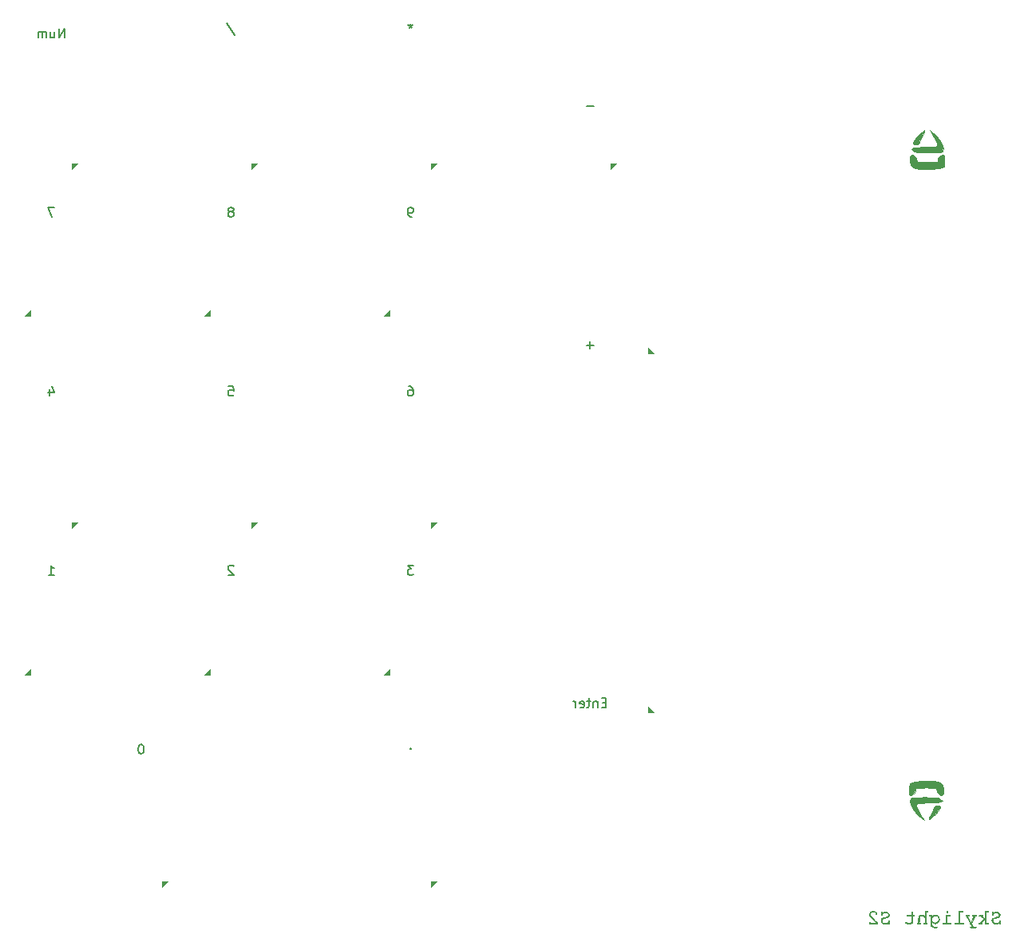
<source format=gbr>
G04 #@! TF.GenerationSoftware,KiCad,Pcbnew,(5.1.5)-3*
G04 #@! TF.CreationDate,2022-04-23T19:07:22-06:00*
G04 #@! TF.ProjectId,base,62617365-2e6b-4696-9361-645f70636258,rev?*
G04 #@! TF.SameCoordinates,Original*
G04 #@! TF.FileFunction,Legend,Bot*
G04 #@! TF.FilePolarity,Positive*
%FSLAX46Y46*%
G04 Gerber Fmt 4.6, Leading zero omitted, Abs format (unit mm)*
G04 Created by KiCad (PCBNEW (5.1.5)-3) date 2022-04-23 19:07:22*
%MOMM*%
%LPD*%
G04 APERTURE LIST*
%ADD10C,0.010000*%
%ADD11C,0.100000*%
%ADD12C,0.150000*%
G04 APERTURE END LIST*
D10*
G36*
X204477429Y-150026285D02*
G01*
X204604429Y-150026285D01*
X204604429Y-149790428D01*
X204477429Y-149790428D01*
X204477429Y-150026285D01*
G37*
X204477429Y-150026285D02*
X204604429Y-150026285D01*
X204604429Y-149790428D01*
X204477429Y-149790428D01*
X204477429Y-150026285D01*
G36*
X196585290Y-149820773D02*
G01*
X196540456Y-149834620D01*
X196471816Y-149873013D01*
X196402653Y-149931330D01*
X196344810Y-149998098D01*
X196312333Y-150055629D01*
X196296623Y-150134556D01*
X196299522Y-150225361D01*
X196319877Y-150309489D01*
X196329466Y-150331147D01*
X196351536Y-150361877D01*
X196395917Y-150413580D01*
X196458735Y-150482109D01*
X196536114Y-150563320D01*
X196624180Y-150653065D01*
X196710324Y-150738638D01*
X197056716Y-151078571D01*
X196367571Y-151078571D01*
X196367571Y-151033214D01*
X196358686Y-150997244D01*
X196333227Y-150987857D01*
X196300579Y-150999909D01*
X196282414Y-151038714D01*
X196276857Y-151107269D01*
X196276857Y-151169286D01*
X197147714Y-151169286D01*
X197147504Y-151101250D01*
X197146192Y-151078866D01*
X197140334Y-151057144D01*
X197126828Y-151032532D01*
X197102568Y-151001474D01*
X197064451Y-150960417D01*
X197009373Y-150905808D01*
X196934231Y-150834092D01*
X196835920Y-150741716D01*
X196822577Y-150729223D01*
X196698462Y-150611737D01*
X196599377Y-150514543D01*
X196522736Y-150434392D01*
X196465956Y-150368035D01*
X196426452Y-150312225D01*
X196401639Y-150263712D01*
X196388933Y-150219248D01*
X196385714Y-150180072D01*
X196402538Y-150087947D01*
X196449569Y-150009042D01*
X196521643Y-149948473D01*
X196613597Y-149911357D01*
X196665068Y-149903222D01*
X196776620Y-149908478D01*
X196869901Y-149944937D01*
X196946557Y-150013469D01*
X196987204Y-150073766D01*
X197019727Y-150125120D01*
X197048901Y-150160495D01*
X197065862Y-150171428D01*
X197094493Y-150159044D01*
X197101715Y-150126073D01*
X197090516Y-150078789D01*
X197063885Y-150023465D01*
X197024810Y-149966376D01*
X196976277Y-149913795D01*
X196924059Y-149873687D01*
X196817366Y-149827314D01*
X196700497Y-149809274D01*
X196585290Y-149820773D01*
G37*
X196585290Y-149820773D02*
X196540456Y-149834620D01*
X196471816Y-149873013D01*
X196402653Y-149931330D01*
X196344810Y-149998098D01*
X196312333Y-150055629D01*
X196296623Y-150134556D01*
X196299522Y-150225361D01*
X196319877Y-150309489D01*
X196329466Y-150331147D01*
X196351536Y-150361877D01*
X196395917Y-150413580D01*
X196458735Y-150482109D01*
X196536114Y-150563320D01*
X196624180Y-150653065D01*
X196710324Y-150738638D01*
X197056716Y-151078571D01*
X196367571Y-151078571D01*
X196367571Y-151033214D01*
X196358686Y-150997244D01*
X196333227Y-150987857D01*
X196300579Y-150999909D01*
X196282414Y-151038714D01*
X196276857Y-151107269D01*
X196276857Y-151169286D01*
X197147714Y-151169286D01*
X197147504Y-151101250D01*
X197146192Y-151078866D01*
X197140334Y-151057144D01*
X197126828Y-151032532D01*
X197102568Y-151001474D01*
X197064451Y-150960417D01*
X197009373Y-150905808D01*
X196934231Y-150834092D01*
X196835920Y-150741716D01*
X196822577Y-150729223D01*
X196698462Y-150611737D01*
X196599377Y-150514543D01*
X196522736Y-150434392D01*
X196465956Y-150368035D01*
X196426452Y-150312225D01*
X196401639Y-150263712D01*
X196388933Y-150219248D01*
X196385714Y-150180072D01*
X196402538Y-150087947D01*
X196449569Y-150009042D01*
X196521643Y-149948473D01*
X196613597Y-149911357D01*
X196665068Y-149903222D01*
X196776620Y-149908478D01*
X196869901Y-149944937D01*
X196946557Y-150013469D01*
X196987204Y-150073766D01*
X197019727Y-150125120D01*
X197048901Y-150160495D01*
X197065862Y-150171428D01*
X197094493Y-150159044D01*
X197101715Y-150126073D01*
X197090516Y-150078789D01*
X197063885Y-150023465D01*
X197024810Y-149966376D01*
X196976277Y-149913795D01*
X196924059Y-149873687D01*
X196817366Y-149827314D01*
X196700497Y-149809274D01*
X196585290Y-149820773D01*
G36*
X202191428Y-150374049D02*
G01*
X202121469Y-150318640D01*
X202049692Y-150268660D01*
X201981643Y-150239962D01*
X201902327Y-150227556D01*
X201842591Y-150225857D01*
X201727546Y-150240090D01*
X201634577Y-150282411D01*
X201564697Y-150352256D01*
X201540028Y-150394614D01*
X201525743Y-150427569D01*
X201515521Y-150462539D01*
X201508698Y-150506166D01*
X201504614Y-150565091D01*
X201502605Y-150645958D01*
X201502009Y-150755406D01*
X201502000Y-150775871D01*
X201502000Y-151078571D01*
X201431370Y-151078571D01*
X201375543Y-151086894D01*
X201348422Y-151109943D01*
X201353113Y-151144838D01*
X201355484Y-151148921D01*
X201377226Y-151159599D01*
X201428016Y-151165343D01*
X201510712Y-151166387D01*
X201557912Y-151165418D01*
X201642585Y-151162583D01*
X201697395Y-151158740D01*
X201728767Y-151152480D01*
X201743122Y-151142392D01*
X201746881Y-151127068D01*
X201746928Y-151123928D01*
X201740387Y-151100179D01*
X201714721Y-151087646D01*
X201668665Y-151082007D01*
X201590401Y-151076372D01*
X201596093Y-150758535D01*
X201601786Y-150440698D01*
X201669555Y-150378635D01*
X201710542Y-150344152D01*
X201746844Y-150325512D01*
X201792620Y-150317921D01*
X201852797Y-150316571D01*
X201923378Y-150319248D01*
X201973449Y-150330176D01*
X202018573Y-150353701D01*
X202040711Y-150369047D01*
X202094920Y-150409671D01*
X202134279Y-150445615D01*
X202161163Y-150483648D01*
X202177945Y-150530540D01*
X202187000Y-150593062D01*
X202190703Y-150677982D01*
X202191428Y-150792072D01*
X202191428Y-151076485D01*
X202114321Y-151082064D01*
X202064553Y-151088795D01*
X202041914Y-151102674D01*
X202037214Y-151123928D01*
X202039790Y-151140116D01*
X202051757Y-151150924D01*
X202079477Y-151157718D01*
X202129311Y-151161864D01*
X202207620Y-151164727D01*
X202230082Y-151165342D01*
X202322715Y-151166560D01*
X202384012Y-151164084D01*
X202418773Y-151157481D01*
X202431516Y-151147199D01*
X202433944Y-151107466D01*
X202405075Y-151084828D01*
X202353202Y-151078571D01*
X202282143Y-151078571D01*
X202282143Y-149919416D01*
X202368321Y-149913887D01*
X202425207Y-149906351D01*
X202451339Y-149891924D01*
X202454500Y-149881143D01*
X202446269Y-149866094D01*
X202417390Y-149856410D01*
X202361582Y-149850537D01*
X202322964Y-149848598D01*
X202191428Y-149843267D01*
X202191428Y-150374049D01*
G37*
X202191428Y-150374049D02*
X202121469Y-150318640D01*
X202049692Y-150268660D01*
X201981643Y-150239962D01*
X201902327Y-150227556D01*
X201842591Y-150225857D01*
X201727546Y-150240090D01*
X201634577Y-150282411D01*
X201564697Y-150352256D01*
X201540028Y-150394614D01*
X201525743Y-150427569D01*
X201515521Y-150462539D01*
X201508698Y-150506166D01*
X201504614Y-150565091D01*
X201502605Y-150645958D01*
X201502009Y-150755406D01*
X201502000Y-150775871D01*
X201502000Y-151078571D01*
X201431370Y-151078571D01*
X201375543Y-151086894D01*
X201348422Y-151109943D01*
X201353113Y-151144838D01*
X201355484Y-151148921D01*
X201377226Y-151159599D01*
X201428016Y-151165343D01*
X201510712Y-151166387D01*
X201557912Y-151165418D01*
X201642585Y-151162583D01*
X201697395Y-151158740D01*
X201728767Y-151152480D01*
X201743122Y-151142392D01*
X201746881Y-151127068D01*
X201746928Y-151123928D01*
X201740387Y-151100179D01*
X201714721Y-151087646D01*
X201668665Y-151082007D01*
X201590401Y-151076372D01*
X201596093Y-150758535D01*
X201601786Y-150440698D01*
X201669555Y-150378635D01*
X201710542Y-150344152D01*
X201746844Y-150325512D01*
X201792620Y-150317921D01*
X201852797Y-150316571D01*
X201923378Y-150319248D01*
X201973449Y-150330176D01*
X202018573Y-150353701D01*
X202040711Y-150369047D01*
X202094920Y-150409671D01*
X202134279Y-150445615D01*
X202161163Y-150483648D01*
X202177945Y-150530540D01*
X202187000Y-150593062D01*
X202190703Y-150677982D01*
X202191428Y-150792072D01*
X202191428Y-151076485D01*
X202114321Y-151082064D01*
X202064553Y-151088795D01*
X202041914Y-151102674D01*
X202037214Y-151123928D01*
X202039790Y-151140116D01*
X202051757Y-151150924D01*
X202079477Y-151157718D01*
X202129311Y-151161864D01*
X202207620Y-151164727D01*
X202230082Y-151165342D01*
X202322715Y-151166560D01*
X202384012Y-151164084D01*
X202418773Y-151157481D01*
X202431516Y-151147199D01*
X202433944Y-151107466D01*
X202405075Y-151084828D01*
X202353202Y-151078571D01*
X202282143Y-151078571D01*
X202282143Y-149919416D01*
X202368321Y-149913887D01*
X202425207Y-149906351D01*
X202451339Y-149891924D01*
X202454500Y-149881143D01*
X202446269Y-149866094D01*
X202417390Y-149856410D01*
X202361582Y-149850537D01*
X202322964Y-149848598D01*
X202191428Y-149843267D01*
X202191428Y-150374049D01*
G36*
X204649786Y-150248474D02*
G01*
X204468357Y-150253071D01*
X204463482Y-150665211D01*
X204458608Y-151077350D01*
X204263911Y-151082497D01*
X204177757Y-151085250D01*
X204121554Y-151088951D01*
X204088971Y-151094947D01*
X204073673Y-151104585D01*
X204069330Y-151119213D01*
X204069214Y-151123928D01*
X204070524Y-151135269D01*
X204077284Y-151144030D01*
X204093739Y-151150608D01*
X204124134Y-151155399D01*
X204172713Y-151158801D01*
X204243723Y-151161209D01*
X204341407Y-151163020D01*
X204470011Y-151164632D01*
X204509624Y-151165073D01*
X204649885Y-151166340D01*
X204757981Y-151166527D01*
X204838021Y-151165436D01*
X204894115Y-151162868D01*
X204930372Y-151158624D01*
X204950902Y-151152504D01*
X204959815Y-151144311D01*
X204960267Y-151143264D01*
X204965395Y-151116656D01*
X204953757Y-151098298D01*
X204920737Y-151086781D01*
X204861722Y-151080693D01*
X204772096Y-151078626D01*
X204748501Y-151078571D01*
X204550000Y-151078571D01*
X204550000Y-150334714D01*
X204704784Y-150334714D01*
X204783285Y-150333434D01*
X204832534Y-150328782D01*
X204859497Y-150319538D01*
X204870713Y-150305669D01*
X204872796Y-150279637D01*
X204853130Y-150261937D01*
X204807973Y-150251600D01*
X204733586Y-150247657D01*
X204649786Y-150248474D01*
G37*
X204649786Y-150248474D02*
X204468357Y-150253071D01*
X204463482Y-150665211D01*
X204458608Y-151077350D01*
X204263911Y-151082497D01*
X204177757Y-151085250D01*
X204121554Y-151088951D01*
X204088971Y-151094947D01*
X204073673Y-151104585D01*
X204069330Y-151119213D01*
X204069214Y-151123928D01*
X204070524Y-151135269D01*
X204077284Y-151144030D01*
X204093739Y-151150608D01*
X204124134Y-151155399D01*
X204172713Y-151158801D01*
X204243723Y-151161209D01*
X204341407Y-151163020D01*
X204470011Y-151164632D01*
X204509624Y-151165073D01*
X204649885Y-151166340D01*
X204757981Y-151166527D01*
X204838021Y-151165436D01*
X204894115Y-151162868D01*
X204930372Y-151158624D01*
X204950902Y-151152504D01*
X204959815Y-151144311D01*
X204960267Y-151143264D01*
X204965395Y-151116656D01*
X204953757Y-151098298D01*
X204920737Y-151086781D01*
X204861722Y-151080693D01*
X204772096Y-151078626D01*
X204748501Y-151078571D01*
X204550000Y-151078571D01*
X204550000Y-150334714D01*
X204704784Y-150334714D01*
X204783285Y-150333434D01*
X204832534Y-150328782D01*
X204859497Y-150319538D01*
X204870713Y-150305669D01*
X204872796Y-150279637D01*
X204853130Y-150261937D01*
X204807973Y-150251600D01*
X204733586Y-150247657D01*
X204649786Y-150248474D01*
G36*
X205765571Y-151077344D02*
G01*
X205570536Y-151082493D01*
X205484294Y-151085245D01*
X205428009Y-151088940D01*
X205395353Y-151094922D01*
X205379999Y-151104535D01*
X205375621Y-151119124D01*
X205375500Y-151123928D01*
X205376810Y-151135269D01*
X205383570Y-151144030D01*
X205400025Y-151150608D01*
X205430420Y-151155399D01*
X205478999Y-151158801D01*
X205550008Y-151161209D01*
X205647693Y-151163020D01*
X205776296Y-151164632D01*
X205815909Y-151165073D01*
X205956171Y-151166340D01*
X206064267Y-151166527D01*
X206144307Y-151165436D01*
X206200400Y-151162868D01*
X206236658Y-151158624D01*
X206257188Y-151152504D01*
X206266101Y-151144311D01*
X206266553Y-151143264D01*
X206271683Y-151116669D01*
X206260063Y-151098316D01*
X206227080Y-151086797D01*
X206168118Y-151080703D01*
X206078563Y-151078628D01*
X206054531Y-151078571D01*
X205855776Y-151078571D01*
X205860567Y-150502536D01*
X205865357Y-149926500D01*
X206019392Y-149917428D01*
X206096401Y-149911711D01*
X206144066Y-149904451D01*
X206169329Y-149893878D01*
X206179131Y-149878222D01*
X206179472Y-149876607D01*
X206178968Y-149862964D01*
X206167386Y-149853881D01*
X206138887Y-149848447D01*
X206087636Y-149845754D01*
X206007794Y-149844894D01*
X205975545Y-149844857D01*
X205765571Y-149844857D01*
X205765571Y-151077344D01*
G37*
X205765571Y-151077344D02*
X205570536Y-151082493D01*
X205484294Y-151085245D01*
X205428009Y-151088940D01*
X205395353Y-151094922D01*
X205379999Y-151104535D01*
X205375621Y-151119124D01*
X205375500Y-151123928D01*
X205376810Y-151135269D01*
X205383570Y-151144030D01*
X205400025Y-151150608D01*
X205430420Y-151155399D01*
X205478999Y-151158801D01*
X205550008Y-151161209D01*
X205647693Y-151163020D01*
X205776296Y-151164632D01*
X205815909Y-151165073D01*
X205956171Y-151166340D01*
X206064267Y-151166527D01*
X206144307Y-151165436D01*
X206200400Y-151162868D01*
X206236658Y-151158624D01*
X206257188Y-151152504D01*
X206266101Y-151144311D01*
X206266553Y-151143264D01*
X206271683Y-151116669D01*
X206260063Y-151098316D01*
X206227080Y-151086797D01*
X206168118Y-151080703D01*
X206078563Y-151078628D01*
X206054531Y-151078571D01*
X205855776Y-151078571D01*
X205860567Y-150502536D01*
X205865357Y-149926500D01*
X206019392Y-149917428D01*
X206096401Y-149911711D01*
X206144066Y-149904451D01*
X206169329Y-149893878D01*
X206179131Y-149878222D01*
X206179472Y-149876607D01*
X206178968Y-149862964D01*
X206167386Y-149853881D01*
X206138887Y-149848447D01*
X206087636Y-149845754D01*
X206007794Y-149844894D01*
X205975545Y-149844857D01*
X205765571Y-149844857D01*
X205765571Y-151077344D01*
G36*
X208609811Y-150246790D02*
G01*
X208604929Y-150648723D01*
X208425293Y-150497669D01*
X208352267Y-150435608D01*
X208304118Y-150392404D01*
X208277496Y-150364115D01*
X208269050Y-150346798D01*
X208275430Y-150336509D01*
X208284686Y-150332178D01*
X208316697Y-150308391D01*
X208320976Y-150278712D01*
X208295887Y-150255353D01*
X208295016Y-150255012D01*
X208257310Y-150247888D01*
X208198083Y-150244310D01*
X208127866Y-150243997D01*
X208057190Y-150246664D01*
X207996587Y-150252029D01*
X207956588Y-150259807D01*
X207947761Y-150264353D01*
X207932349Y-150295325D01*
X207948823Y-150319754D01*
X207992847Y-150333307D01*
X208018125Y-150334714D01*
X208052251Y-150337408D01*
X208085787Y-150348103D01*
X208125469Y-150370717D01*
X208178035Y-150409169D01*
X208250220Y-150467377D01*
X208259849Y-150475321D01*
X208325061Y-150530443D01*
X208378166Y-150577712D01*
X208413850Y-150612227D01*
X208426803Y-150629087D01*
X208426772Y-150629330D01*
X208413814Y-150646403D01*
X208380065Y-150685059D01*
X208329758Y-150740606D01*
X208267127Y-150808351D01*
X208219059Y-150859625D01*
X208142421Y-150940393D01*
X208085417Y-150998369D01*
X208043107Y-151037460D01*
X208010554Y-151061573D01*
X207982817Y-151074614D01*
X207954959Y-151080490D01*
X207937845Y-151082080D01*
X207888203Y-151088836D01*
X207865683Y-151102810D01*
X207861071Y-151123928D01*
X207863368Y-151139808D01*
X207874439Y-151150232D01*
X207900558Y-151156340D01*
X207947998Y-151159272D01*
X208023030Y-151160169D01*
X208060643Y-151160214D01*
X208147983Y-151159797D01*
X208205313Y-151157784D01*
X208238906Y-151153035D01*
X208255033Y-151144409D01*
X208259969Y-151130767D01*
X208260214Y-151123928D01*
X208250860Y-151096879D01*
X208217033Y-151083961D01*
X208200551Y-151081905D01*
X208140888Y-151076168D01*
X208316182Y-150886870D01*
X208380560Y-150818926D01*
X208437481Y-150761791D01*
X208481928Y-150720284D01*
X208508885Y-150699222D01*
X208513289Y-150697571D01*
X208540083Y-150709769D01*
X208574159Y-150739145D01*
X208574552Y-150739562D01*
X208592310Y-150761946D01*
X208603806Y-150788978D01*
X208610367Y-150828602D01*
X208613322Y-150888760D01*
X208614000Y-150975419D01*
X208614000Y-151169286D01*
X208741569Y-151169286D01*
X208814993Y-151167037D01*
X208858452Y-151159516D01*
X208878034Y-151145557D01*
X208879248Y-151142940D01*
X208881665Y-151107221D01*
X208854110Y-151086261D01*
X208794530Y-151078654D01*
X208785286Y-151078571D01*
X208704714Y-151078571D01*
X208704714Y-149917428D01*
X208795429Y-149917428D01*
X208849839Y-149915518D01*
X208876976Y-149907409D01*
X208885755Y-149889535D01*
X208886143Y-149881143D01*
X208882921Y-149862571D01*
X208868238Y-149851684D01*
X208834565Y-149846468D01*
X208774374Y-149844911D01*
X208750418Y-149844857D01*
X208614694Y-149844857D01*
X208609811Y-150246790D01*
G37*
X208609811Y-150246790D02*
X208604929Y-150648723D01*
X208425293Y-150497669D01*
X208352267Y-150435608D01*
X208304118Y-150392404D01*
X208277496Y-150364115D01*
X208269050Y-150346798D01*
X208275430Y-150336509D01*
X208284686Y-150332178D01*
X208316697Y-150308391D01*
X208320976Y-150278712D01*
X208295887Y-150255353D01*
X208295016Y-150255012D01*
X208257310Y-150247888D01*
X208198083Y-150244310D01*
X208127866Y-150243997D01*
X208057190Y-150246664D01*
X207996587Y-150252029D01*
X207956588Y-150259807D01*
X207947761Y-150264353D01*
X207932349Y-150295325D01*
X207948823Y-150319754D01*
X207992847Y-150333307D01*
X208018125Y-150334714D01*
X208052251Y-150337408D01*
X208085787Y-150348103D01*
X208125469Y-150370717D01*
X208178035Y-150409169D01*
X208250220Y-150467377D01*
X208259849Y-150475321D01*
X208325061Y-150530443D01*
X208378166Y-150577712D01*
X208413850Y-150612227D01*
X208426803Y-150629087D01*
X208426772Y-150629330D01*
X208413814Y-150646403D01*
X208380065Y-150685059D01*
X208329758Y-150740606D01*
X208267127Y-150808351D01*
X208219059Y-150859625D01*
X208142421Y-150940393D01*
X208085417Y-150998369D01*
X208043107Y-151037460D01*
X208010554Y-151061573D01*
X207982817Y-151074614D01*
X207954959Y-151080490D01*
X207937845Y-151082080D01*
X207888203Y-151088836D01*
X207865683Y-151102810D01*
X207861071Y-151123928D01*
X207863368Y-151139808D01*
X207874439Y-151150232D01*
X207900558Y-151156340D01*
X207947998Y-151159272D01*
X208023030Y-151160169D01*
X208060643Y-151160214D01*
X208147983Y-151159797D01*
X208205313Y-151157784D01*
X208238906Y-151153035D01*
X208255033Y-151144409D01*
X208259969Y-151130767D01*
X208260214Y-151123928D01*
X208250860Y-151096879D01*
X208217033Y-151083961D01*
X208200551Y-151081905D01*
X208140888Y-151076168D01*
X208316182Y-150886870D01*
X208380560Y-150818926D01*
X208437481Y-150761791D01*
X208481928Y-150720284D01*
X208508885Y-150699222D01*
X208513289Y-150697571D01*
X208540083Y-150709769D01*
X208574159Y-150739145D01*
X208574552Y-150739562D01*
X208592310Y-150761946D01*
X208603806Y-150788978D01*
X208610367Y-150828602D01*
X208613322Y-150888760D01*
X208614000Y-150975419D01*
X208614000Y-151169286D01*
X208741569Y-151169286D01*
X208814993Y-151167037D01*
X208858452Y-151159516D01*
X208878034Y-151145557D01*
X208879248Y-151142940D01*
X208881665Y-151107221D01*
X208854110Y-151086261D01*
X208794530Y-151078654D01*
X208785286Y-151078571D01*
X208704714Y-151078571D01*
X208704714Y-149917428D01*
X208795429Y-149917428D01*
X208849839Y-149915518D01*
X208876976Y-149907409D01*
X208885755Y-149889535D01*
X208886143Y-149881143D01*
X208882921Y-149862571D01*
X208868238Y-149851684D01*
X208834565Y-149846468D01*
X208774374Y-149844911D01*
X208750418Y-149844857D01*
X208614694Y-149844857D01*
X208609811Y-150246790D01*
G36*
X197896725Y-149912005D02*
G01*
X197787513Y-149944367D01*
X197753576Y-149961032D01*
X197699851Y-149990725D01*
X197670573Y-150003868D01*
X197658334Y-150001282D01*
X197655722Y-149983785D01*
X197655714Y-149971857D01*
X197642748Y-149943588D01*
X197614179Y-149935491D01*
X197585501Y-149949043D01*
X197576012Y-149964269D01*
X197569278Y-150001799D01*
X197565816Y-150061336D01*
X197565628Y-150128751D01*
X197568713Y-150189915D01*
X197575070Y-150230697D01*
X197576012Y-150233444D01*
X197598249Y-150261187D01*
X197626992Y-150257659D01*
X197656309Y-150225681D01*
X197674416Y-150186698D01*
X197713614Y-150115591D01*
X197770791Y-150055163D01*
X197809296Y-150026548D01*
X197844240Y-150009759D01*
X197887387Y-150001680D01*
X197950502Y-149999196D01*
X197982639Y-149999071D01*
X198061855Y-150001033D01*
X198115458Y-150008282D01*
X198153974Y-150022869D01*
X198174870Y-150036478D01*
X198251155Y-150109838D01*
X198291720Y-150189373D01*
X198298961Y-150243329D01*
X198289875Y-150306693D01*
X198260269Y-150358452D01*
X198206623Y-150401002D01*
X198125413Y-150436738D01*
X198013120Y-150468056D01*
X197948020Y-150482047D01*
X197861508Y-150501928D01*
X197778458Y-150525375D01*
X197712161Y-150548477D01*
X197692000Y-150557387D01*
X197612964Y-150614272D01*
X197560331Y-150689305D01*
X197533705Y-150776165D01*
X197532692Y-150868536D01*
X197556897Y-150960099D01*
X197605924Y-151044535D01*
X197679380Y-151115526D01*
X197728790Y-151145906D01*
X197813817Y-151176474D01*
X197917366Y-151194590D01*
X198023298Y-151198540D01*
X198114411Y-151186877D01*
X198206477Y-151155620D01*
X198278709Y-151114931D01*
X198310178Y-151086003D01*
X198328918Y-151067603D01*
X198338855Y-151077174D01*
X198345321Y-151107485D01*
X198361351Y-151148468D01*
X198390678Y-151160214D01*
X198407463Y-151157571D01*
X198418057Y-151145159D01*
X198423869Y-151116249D01*
X198426308Y-151064114D01*
X198426786Y-150987857D01*
X198426214Y-150907689D01*
X198423574Y-150857086D01*
X198417483Y-150829332D01*
X198406556Y-150817713D01*
X198391244Y-150815500D01*
X198362384Y-150827671D01*
X198344975Y-150868457D01*
X198343343Y-150875928D01*
X198314826Y-150942133D01*
X198261087Y-151008429D01*
X198191484Y-151063906D01*
X198172786Y-151074761D01*
X198108351Y-151094939D01*
X198011938Y-151104121D01*
X197982140Y-151104653D01*
X197904301Y-151102903D01*
X197848381Y-151094671D01*
X197800172Y-151076828D01*
X197762251Y-151056273D01*
X197682626Y-150991526D01*
X197634822Y-150909709D01*
X197619429Y-150815159D01*
X197625723Y-150765805D01*
X197649340Y-150722359D01*
X197687464Y-150680437D01*
X197721396Y-150649451D01*
X197755376Y-150627041D01*
X197798310Y-150609602D01*
X197859106Y-150593529D01*
X197946670Y-150575217D01*
X197948170Y-150574919D01*
X198093753Y-150540766D01*
X198208630Y-150502418D01*
X198290926Y-150460629D01*
X198337074Y-150418635D01*
X198378658Y-150329963D01*
X198391168Y-150230644D01*
X198380635Y-150159522D01*
X198342917Y-150081784D01*
X198279599Y-150008557D01*
X198200987Y-149949616D01*
X198124537Y-149916553D01*
X198014440Y-149902089D01*
X197896725Y-149912005D01*
G37*
X197896725Y-149912005D02*
X197787513Y-149944367D01*
X197753576Y-149961032D01*
X197699851Y-149990725D01*
X197670573Y-150003868D01*
X197658334Y-150001282D01*
X197655722Y-149983785D01*
X197655714Y-149971857D01*
X197642748Y-149943588D01*
X197614179Y-149935491D01*
X197585501Y-149949043D01*
X197576012Y-149964269D01*
X197569278Y-150001799D01*
X197565816Y-150061336D01*
X197565628Y-150128751D01*
X197568713Y-150189915D01*
X197575070Y-150230697D01*
X197576012Y-150233444D01*
X197598249Y-150261187D01*
X197626992Y-150257659D01*
X197656309Y-150225681D01*
X197674416Y-150186698D01*
X197713614Y-150115591D01*
X197770791Y-150055163D01*
X197809296Y-150026548D01*
X197844240Y-150009759D01*
X197887387Y-150001680D01*
X197950502Y-149999196D01*
X197982639Y-149999071D01*
X198061855Y-150001033D01*
X198115458Y-150008282D01*
X198153974Y-150022869D01*
X198174870Y-150036478D01*
X198251155Y-150109838D01*
X198291720Y-150189373D01*
X198298961Y-150243329D01*
X198289875Y-150306693D01*
X198260269Y-150358452D01*
X198206623Y-150401002D01*
X198125413Y-150436738D01*
X198013120Y-150468056D01*
X197948020Y-150482047D01*
X197861508Y-150501928D01*
X197778458Y-150525375D01*
X197712161Y-150548477D01*
X197692000Y-150557387D01*
X197612964Y-150614272D01*
X197560331Y-150689305D01*
X197533705Y-150776165D01*
X197532692Y-150868536D01*
X197556897Y-150960099D01*
X197605924Y-151044535D01*
X197679380Y-151115526D01*
X197728790Y-151145906D01*
X197813817Y-151176474D01*
X197917366Y-151194590D01*
X198023298Y-151198540D01*
X198114411Y-151186877D01*
X198206477Y-151155620D01*
X198278709Y-151114931D01*
X198310178Y-151086003D01*
X198328918Y-151067603D01*
X198338855Y-151077174D01*
X198345321Y-151107485D01*
X198361351Y-151148468D01*
X198390678Y-151160214D01*
X198407463Y-151157571D01*
X198418057Y-151145159D01*
X198423869Y-151116249D01*
X198426308Y-151064114D01*
X198426786Y-150987857D01*
X198426214Y-150907689D01*
X198423574Y-150857086D01*
X198417483Y-150829332D01*
X198406556Y-150817713D01*
X198391244Y-150815500D01*
X198362384Y-150827671D01*
X198344975Y-150868457D01*
X198343343Y-150875928D01*
X198314826Y-150942133D01*
X198261087Y-151008429D01*
X198191484Y-151063906D01*
X198172786Y-151074761D01*
X198108351Y-151094939D01*
X198011938Y-151104121D01*
X197982140Y-151104653D01*
X197904301Y-151102903D01*
X197848381Y-151094671D01*
X197800172Y-151076828D01*
X197762251Y-151056273D01*
X197682626Y-150991526D01*
X197634822Y-150909709D01*
X197619429Y-150815159D01*
X197625723Y-150765805D01*
X197649340Y-150722359D01*
X197687464Y-150680437D01*
X197721396Y-150649451D01*
X197755376Y-150627041D01*
X197798310Y-150609602D01*
X197859106Y-150593529D01*
X197946670Y-150575217D01*
X197948170Y-150574919D01*
X198093753Y-150540766D01*
X198208630Y-150502418D01*
X198290926Y-150460629D01*
X198337074Y-150418635D01*
X198378658Y-150329963D01*
X198391168Y-150230644D01*
X198380635Y-150159522D01*
X198342917Y-150081784D01*
X198279599Y-150008557D01*
X198200987Y-149949616D01*
X198124537Y-149916553D01*
X198014440Y-149902089D01*
X197896725Y-149912005D01*
G36*
X200785314Y-149946161D02*
G01*
X200779031Y-149970774D01*
X200776649Y-150018526D01*
X200776286Y-150088039D01*
X200776286Y-150243030D01*
X200508679Y-150248050D01*
X200405054Y-150250258D01*
X200332284Y-150252906D01*
X200284941Y-150256830D01*
X200257597Y-150262870D01*
X200244823Y-150271862D01*
X200241190Y-150284646D01*
X200241071Y-150289357D01*
X200243017Y-150303444D01*
X200252471Y-150313489D01*
X200274863Y-150320328D01*
X200315622Y-150324801D01*
X200380175Y-150327744D01*
X200473950Y-150329996D01*
X200508679Y-150330663D01*
X200776286Y-150335684D01*
X200776286Y-150990648D01*
X200724807Y-151042127D01*
X200656319Y-151085942D01*
X200564592Y-151107006D01*
X200454622Y-151105365D01*
X200331402Y-151081064D01*
X200207675Y-151037481D01*
X200153502Y-151016709D01*
X200122543Y-151012077D01*
X200106103Y-151022450D01*
X200105032Y-151024091D01*
X200096220Y-151057257D01*
X200116124Y-151087529D01*
X200167795Y-151118597D01*
X200192477Y-151129711D01*
X200323285Y-151173691D01*
X200456599Y-151196940D01*
X200581058Y-151197994D01*
X200644295Y-151187956D01*
X200740464Y-151148052D01*
X200814276Y-151080190D01*
X200831513Y-151054907D01*
X200844239Y-151030717D01*
X200853521Y-151002237D01*
X200859891Y-150963632D01*
X200863880Y-150909070D01*
X200866021Y-150832717D01*
X200866847Y-150728740D01*
X200866932Y-150666727D01*
X200867000Y-150336525D01*
X200971321Y-150331084D01*
X201030829Y-150326349D01*
X201062400Y-150317874D01*
X201074380Y-150302319D01*
X201075643Y-150289357D01*
X201070921Y-150268354D01*
X201051176Y-150256342D01*
X201008038Y-150249952D01*
X200972041Y-150247652D01*
X200868439Y-150242232D01*
X200863184Y-150093437D01*
X200859864Y-150019947D01*
X200854785Y-149975173D01*
X200845692Y-149951548D01*
X200830328Y-149941506D01*
X200817107Y-149938845D01*
X200797379Y-149937810D01*
X200785314Y-149946161D01*
G37*
X200785314Y-149946161D02*
X200779031Y-149970774D01*
X200776649Y-150018526D01*
X200776286Y-150088039D01*
X200776286Y-150243030D01*
X200508679Y-150248050D01*
X200405054Y-150250258D01*
X200332284Y-150252906D01*
X200284941Y-150256830D01*
X200257597Y-150262870D01*
X200244823Y-150271862D01*
X200241190Y-150284646D01*
X200241071Y-150289357D01*
X200243017Y-150303444D01*
X200252471Y-150313489D01*
X200274863Y-150320328D01*
X200315622Y-150324801D01*
X200380175Y-150327744D01*
X200473950Y-150329996D01*
X200508679Y-150330663D01*
X200776286Y-150335684D01*
X200776286Y-150990648D01*
X200724807Y-151042127D01*
X200656319Y-151085942D01*
X200564592Y-151107006D01*
X200454622Y-151105365D01*
X200331402Y-151081064D01*
X200207675Y-151037481D01*
X200153502Y-151016709D01*
X200122543Y-151012077D01*
X200106103Y-151022450D01*
X200105032Y-151024091D01*
X200096220Y-151057257D01*
X200116124Y-151087529D01*
X200167795Y-151118597D01*
X200192477Y-151129711D01*
X200323285Y-151173691D01*
X200456599Y-151196940D01*
X200581058Y-151197994D01*
X200644295Y-151187956D01*
X200740464Y-151148052D01*
X200814276Y-151080190D01*
X200831513Y-151054907D01*
X200844239Y-151030717D01*
X200853521Y-151002237D01*
X200859891Y-150963632D01*
X200863880Y-150909070D01*
X200866021Y-150832717D01*
X200866847Y-150728740D01*
X200866932Y-150666727D01*
X200867000Y-150336525D01*
X200971321Y-150331084D01*
X201030829Y-150326349D01*
X201062400Y-150317874D01*
X201074380Y-150302319D01*
X201075643Y-150289357D01*
X201070921Y-150268354D01*
X201051176Y-150256342D01*
X201008038Y-150249952D01*
X200972041Y-150247652D01*
X200868439Y-150242232D01*
X200863184Y-150093437D01*
X200859864Y-150019947D01*
X200854785Y-149975173D01*
X200845692Y-149951548D01*
X200830328Y-149941506D01*
X200817107Y-149938845D01*
X200797379Y-149937810D01*
X200785314Y-149946161D01*
G36*
X209667924Y-149910216D02*
G01*
X209610483Y-149917733D01*
X209561986Y-149933816D01*
X209514322Y-149958250D01*
X209459214Y-149989035D01*
X209428668Y-150003300D01*
X209415449Y-150002011D01*
X209412323Y-149986131D01*
X209412286Y-149971857D01*
X209399457Y-149941535D01*
X209376000Y-149935571D01*
X209358760Y-149938300D01*
X209348048Y-149951089D01*
X209342328Y-149980845D01*
X209340066Y-150034475D01*
X209339714Y-150098857D01*
X209340344Y-150176494D01*
X209343236Y-150224742D01*
X209349891Y-150250493D01*
X209361811Y-150260635D01*
X209375301Y-150262143D01*
X209403770Y-150250199D01*
X209424436Y-150210136D01*
X209429525Y-150192925D01*
X209468115Y-150113299D01*
X209531512Y-150052345D01*
X209612680Y-150011340D01*
X209704582Y-149991559D01*
X209800182Y-149994279D01*
X209892444Y-150020776D01*
X209974331Y-150072326D01*
X209993662Y-150090616D01*
X210033765Y-150138137D01*
X210052123Y-150182156D01*
X210056357Y-150237330D01*
X210052350Y-150292480D01*
X210035102Y-150332359D01*
X209996771Y-150373916D01*
X209990480Y-150379731D01*
X209926617Y-150425532D01*
X209848835Y-150453757D01*
X209818123Y-150460365D01*
X209673820Y-150489687D01*
X209561021Y-150517635D01*
X209475125Y-150546438D01*
X209411531Y-150578324D01*
X209365638Y-150615521D01*
X209332842Y-150660258D01*
X209311993Y-150705445D01*
X209288256Y-150812367D01*
X209297649Y-150913882D01*
X209337042Y-151005903D01*
X209403303Y-151084346D01*
X209493301Y-151145123D01*
X209603904Y-151184148D01*
X209687967Y-151196091D01*
X209754426Y-151198644D01*
X209810445Y-151197652D01*
X209838643Y-151194319D01*
X209930678Y-151167162D01*
X209997096Y-151137910D01*
X210045529Y-151104479D01*
X210097280Y-151060934D01*
X210108388Y-151116475D01*
X210123145Y-151156649D01*
X210147771Y-151166465D01*
X210151427Y-151165905D01*
X210166432Y-151158434D01*
X210176432Y-151138472D01*
X210182763Y-151099386D01*
X210186764Y-151034545D01*
X210188566Y-150981761D01*
X210190633Y-150900420D01*
X210190185Y-150848890D01*
X210185887Y-150820717D01*
X210176403Y-150809446D01*
X210160398Y-150808621D01*
X210152952Y-150809614D01*
X210117979Y-150828380D01*
X210100992Y-150870308D01*
X210067821Y-150956345D01*
X210005004Y-151025817D01*
X209952198Y-151061040D01*
X209900986Y-151085573D01*
X209847708Y-151098974D01*
X209778471Y-151104066D01*
X209738857Y-151104399D01*
X209639170Y-151098836D01*
X209563030Y-151079824D01*
X209498815Y-151042854D01*
X209439500Y-150988285D01*
X209406036Y-150947178D01*
X209389844Y-150905558D01*
X209385144Y-150847075D01*
X209385071Y-150834356D01*
X209391152Y-150764446D01*
X209412218Y-150709193D01*
X209452504Y-150665390D01*
X209516247Y-150629828D01*
X209607682Y-150599300D01*
X209731045Y-150570597D01*
X209734145Y-150569963D01*
X209861797Y-150540028D01*
X209958638Y-150507469D01*
X210030142Y-150469430D01*
X210081783Y-150423055D01*
X210116488Y-150370509D01*
X210147568Y-150274461D01*
X210144702Y-150178187D01*
X210109767Y-150087260D01*
X210044637Y-150007249D01*
X209977671Y-149958089D01*
X209928084Y-149931962D01*
X209881422Y-149916873D01*
X209824464Y-149909959D01*
X209747929Y-149908357D01*
X209667924Y-149910216D01*
G37*
X209667924Y-149910216D02*
X209610483Y-149917733D01*
X209561986Y-149933816D01*
X209514322Y-149958250D01*
X209459214Y-149989035D01*
X209428668Y-150003300D01*
X209415449Y-150002011D01*
X209412323Y-149986131D01*
X209412286Y-149971857D01*
X209399457Y-149941535D01*
X209376000Y-149935571D01*
X209358760Y-149938300D01*
X209348048Y-149951089D01*
X209342328Y-149980845D01*
X209340066Y-150034475D01*
X209339714Y-150098857D01*
X209340344Y-150176494D01*
X209343236Y-150224742D01*
X209349891Y-150250493D01*
X209361811Y-150260635D01*
X209375301Y-150262143D01*
X209403770Y-150250199D01*
X209424436Y-150210136D01*
X209429525Y-150192925D01*
X209468115Y-150113299D01*
X209531512Y-150052345D01*
X209612680Y-150011340D01*
X209704582Y-149991559D01*
X209800182Y-149994279D01*
X209892444Y-150020776D01*
X209974331Y-150072326D01*
X209993662Y-150090616D01*
X210033765Y-150138137D01*
X210052123Y-150182156D01*
X210056357Y-150237330D01*
X210052350Y-150292480D01*
X210035102Y-150332359D01*
X209996771Y-150373916D01*
X209990480Y-150379731D01*
X209926617Y-150425532D01*
X209848835Y-150453757D01*
X209818123Y-150460365D01*
X209673820Y-150489687D01*
X209561021Y-150517635D01*
X209475125Y-150546438D01*
X209411531Y-150578324D01*
X209365638Y-150615521D01*
X209332842Y-150660258D01*
X209311993Y-150705445D01*
X209288256Y-150812367D01*
X209297649Y-150913882D01*
X209337042Y-151005903D01*
X209403303Y-151084346D01*
X209493301Y-151145123D01*
X209603904Y-151184148D01*
X209687967Y-151196091D01*
X209754426Y-151198644D01*
X209810445Y-151197652D01*
X209838643Y-151194319D01*
X209930678Y-151167162D01*
X209997096Y-151137910D01*
X210045529Y-151104479D01*
X210097280Y-151060934D01*
X210108388Y-151116475D01*
X210123145Y-151156649D01*
X210147771Y-151166465D01*
X210151427Y-151165905D01*
X210166432Y-151158434D01*
X210176432Y-151138472D01*
X210182763Y-151099386D01*
X210186764Y-151034545D01*
X210188566Y-150981761D01*
X210190633Y-150900420D01*
X210190185Y-150848890D01*
X210185887Y-150820717D01*
X210176403Y-150809446D01*
X210160398Y-150808621D01*
X210152952Y-150809614D01*
X210117979Y-150828380D01*
X210100992Y-150870308D01*
X210067821Y-150956345D01*
X210005004Y-151025817D01*
X209952198Y-151061040D01*
X209900986Y-151085573D01*
X209847708Y-151098974D01*
X209778471Y-151104066D01*
X209738857Y-151104399D01*
X209639170Y-151098836D01*
X209563030Y-151079824D01*
X209498815Y-151042854D01*
X209439500Y-150988285D01*
X209406036Y-150947178D01*
X209389844Y-150905558D01*
X209385144Y-150847075D01*
X209385071Y-150834356D01*
X209391152Y-150764446D01*
X209412218Y-150709193D01*
X209452504Y-150665390D01*
X209516247Y-150629828D01*
X209607682Y-150599300D01*
X209731045Y-150570597D01*
X209734145Y-150569963D01*
X209861797Y-150540028D01*
X209958638Y-150507469D01*
X210030142Y-150469430D01*
X210081783Y-150423055D01*
X210116488Y-150370509D01*
X210147568Y-150274461D01*
X210144702Y-150178187D01*
X210109767Y-150087260D01*
X210044637Y-150007249D01*
X209977671Y-149958089D01*
X209928084Y-149931962D01*
X209881422Y-149916873D01*
X209824464Y-149909959D01*
X209747929Y-149908357D01*
X209667924Y-149910216D01*
G36*
X203140145Y-150246595D02*
G01*
X203044754Y-150286202D01*
X202972945Y-150341392D01*
X202933927Y-150378511D01*
X202911110Y-150384050D01*
X202900784Y-150356762D01*
X202899000Y-150316571D01*
X202899000Y-150244000D01*
X202784700Y-150244000D01*
X202701579Y-150249245D01*
X202652270Y-150265270D01*
X202635806Y-150292515D01*
X202639287Y-150309711D01*
X202664669Y-150327524D01*
X202719959Y-150334646D01*
X202727286Y-150334714D01*
X202805689Y-150334714D01*
X202811523Y-150829107D01*
X202813630Y-150988363D01*
X202816510Y-151115782D01*
X202821258Y-151215814D01*
X202828968Y-151292906D01*
X202840733Y-151351507D01*
X202857648Y-151396065D01*
X202880808Y-151431027D01*
X202911305Y-151460844D01*
X202950234Y-151489961D01*
X202978862Y-151509464D01*
X203018140Y-151534989D01*
X203051503Y-151551826D01*
X203087927Y-151561782D01*
X203136389Y-151566663D01*
X203205867Y-151568277D01*
X203271908Y-151568428D01*
X203358767Y-151566894D01*
X203428459Y-151562673D01*
X203474117Y-151556340D01*
X203488643Y-151550285D01*
X203494722Y-151529693D01*
X203480682Y-151514763D01*
X203442317Y-151504242D01*
X203375419Y-151496874D01*
X203294017Y-151492199D01*
X203181580Y-151483953D01*
X203098172Y-151469084D01*
X203036742Y-151444800D01*
X202990236Y-151408311D01*
X202951601Y-151356829D01*
X202951528Y-151356711D01*
X202928919Y-151311755D01*
X202914403Y-151258497D01*
X202905646Y-151186185D01*
X202902200Y-151129485D01*
X202900465Y-151058588D01*
X202902279Y-151003975D01*
X202907225Y-150973762D01*
X202910388Y-150970290D01*
X202931398Y-150982510D01*
X202967250Y-151012995D01*
X202989643Y-151034581D01*
X203078833Y-151100036D01*
X203182323Y-151136586D01*
X203293089Y-151144684D01*
X203404106Y-151124783D01*
X203508352Y-151077338D01*
X203598801Y-151002801D01*
X203606023Y-150994781D01*
X203671065Y-150904772D01*
X203708153Y-150809941D01*
X203719678Y-150715661D01*
X203634708Y-150715661D01*
X203610465Y-150814711D01*
X203556048Y-150908341D01*
X203523742Y-150944641D01*
X203430674Y-151016959D01*
X203332030Y-151053557D01*
X203228227Y-151054325D01*
X203169314Y-151039511D01*
X203068161Y-150987914D01*
X202989728Y-150913096D01*
X202936416Y-150821343D01*
X202910630Y-150718942D01*
X202914769Y-150612178D01*
X202951237Y-150507337D01*
X202959958Y-150491629D01*
X203030647Y-150403073D01*
X203120584Y-150345216D01*
X203228997Y-150318490D01*
X203270928Y-150316571D01*
X203381076Y-150332256D01*
X203474379Y-150375630D01*
X203548615Y-150441176D01*
X203601562Y-150523375D01*
X203631001Y-150616710D01*
X203634708Y-150715661D01*
X203719678Y-150715661D01*
X203721849Y-150697902D01*
X203722165Y-150679265D01*
X203706555Y-150552341D01*
X203660356Y-150438260D01*
X203586971Y-150342371D01*
X203489801Y-150270024D01*
X203449724Y-150250802D01*
X203353655Y-150226800D01*
X203246787Y-150226096D01*
X203140145Y-150246595D01*
G37*
X203140145Y-150246595D02*
X203044754Y-150286202D01*
X202972945Y-150341392D01*
X202933927Y-150378511D01*
X202911110Y-150384050D01*
X202900784Y-150356762D01*
X202899000Y-150316571D01*
X202899000Y-150244000D01*
X202784700Y-150244000D01*
X202701579Y-150249245D01*
X202652270Y-150265270D01*
X202635806Y-150292515D01*
X202639287Y-150309711D01*
X202664669Y-150327524D01*
X202719959Y-150334646D01*
X202727286Y-150334714D01*
X202805689Y-150334714D01*
X202811523Y-150829107D01*
X202813630Y-150988363D01*
X202816510Y-151115782D01*
X202821258Y-151215814D01*
X202828968Y-151292906D01*
X202840733Y-151351507D01*
X202857648Y-151396065D01*
X202880808Y-151431027D01*
X202911305Y-151460844D01*
X202950234Y-151489961D01*
X202978862Y-151509464D01*
X203018140Y-151534989D01*
X203051503Y-151551826D01*
X203087927Y-151561782D01*
X203136389Y-151566663D01*
X203205867Y-151568277D01*
X203271908Y-151568428D01*
X203358767Y-151566894D01*
X203428459Y-151562673D01*
X203474117Y-151556340D01*
X203488643Y-151550285D01*
X203494722Y-151529693D01*
X203480682Y-151514763D01*
X203442317Y-151504242D01*
X203375419Y-151496874D01*
X203294017Y-151492199D01*
X203181580Y-151483953D01*
X203098172Y-151469084D01*
X203036742Y-151444800D01*
X202990236Y-151408311D01*
X202951601Y-151356829D01*
X202951528Y-151356711D01*
X202928919Y-151311755D01*
X202914403Y-151258497D01*
X202905646Y-151186185D01*
X202902200Y-151129485D01*
X202900465Y-151058588D01*
X202902279Y-151003975D01*
X202907225Y-150973762D01*
X202910388Y-150970290D01*
X202931398Y-150982510D01*
X202967250Y-151012995D01*
X202989643Y-151034581D01*
X203078833Y-151100036D01*
X203182323Y-151136586D01*
X203293089Y-151144684D01*
X203404106Y-151124783D01*
X203508352Y-151077338D01*
X203598801Y-151002801D01*
X203606023Y-150994781D01*
X203671065Y-150904772D01*
X203708153Y-150809941D01*
X203719678Y-150715661D01*
X203634708Y-150715661D01*
X203610465Y-150814711D01*
X203556048Y-150908341D01*
X203523742Y-150944641D01*
X203430674Y-151016959D01*
X203332030Y-151053557D01*
X203228227Y-151054325D01*
X203169314Y-151039511D01*
X203068161Y-150987914D01*
X202989728Y-150913096D01*
X202936416Y-150821343D01*
X202910630Y-150718942D01*
X202914769Y-150612178D01*
X202951237Y-150507337D01*
X202959958Y-150491629D01*
X203030647Y-150403073D01*
X203120584Y-150345216D01*
X203228997Y-150318490D01*
X203270928Y-150316571D01*
X203381076Y-150332256D01*
X203474379Y-150375630D01*
X203548615Y-150441176D01*
X203601562Y-150523375D01*
X203631001Y-150616710D01*
X203634708Y-150715661D01*
X203719678Y-150715661D01*
X203721849Y-150697902D01*
X203722165Y-150679265D01*
X203706555Y-150552341D01*
X203660356Y-150438260D01*
X203586971Y-150342371D01*
X203489801Y-150270024D01*
X203449724Y-150250802D01*
X203353655Y-150226800D01*
X203246787Y-150226096D01*
X203140145Y-150246595D01*
G36*
X206592217Y-150251458D02*
G01*
X206553605Y-150257665D01*
X206547606Y-150260218D01*
X206531271Y-150286798D01*
X206540506Y-150316299D01*
X206569229Y-150333905D01*
X206578190Y-150334714D01*
X206591200Y-150341892D01*
X206610315Y-150365153D01*
X206636965Y-150407083D01*
X206672581Y-150470271D01*
X206718594Y-150557304D01*
X206776436Y-150670771D01*
X206847536Y-150813260D01*
X206887188Y-150893521D01*
X206952056Y-151025765D01*
X207011482Y-151148097D01*
X207063617Y-151256616D01*
X207106606Y-151347416D01*
X207138600Y-151416595D01*
X207157747Y-151460248D01*
X207162571Y-151474093D01*
X207145529Y-151488778D01*
X207097580Y-151495549D01*
X207080928Y-151495857D01*
X207029908Y-151498231D01*
X207005782Y-151508089D01*
X206999317Y-151529536D01*
X206999286Y-151532143D01*
X207000902Y-151545363D01*
X207009130Y-151554911D01*
X207029038Y-151561383D01*
X207065691Y-151565374D01*
X207124159Y-151567481D01*
X207209508Y-151568300D01*
X207307714Y-151568428D01*
X207420128Y-151568226D01*
X207501320Y-151567229D01*
X207556350Y-151564853D01*
X207590283Y-151560514D01*
X207608180Y-151553627D01*
X207615103Y-151543608D01*
X207616143Y-151532823D01*
X207613049Y-151515963D01*
X207599252Y-151505030D01*
X207567977Y-151498378D01*
X207512450Y-151494358D01*
X207448321Y-151492002D01*
X207280500Y-151486786D01*
X207201636Y-151323500D01*
X207122773Y-151160214D01*
X207328321Y-150747464D01*
X207392383Y-150619500D01*
X207442887Y-150520614D01*
X207482007Y-150447184D01*
X207511917Y-150395592D01*
X207534792Y-150362217D01*
X207552807Y-150343439D01*
X207568136Y-150335638D01*
X207576268Y-150334714D01*
X207607854Y-150327486D01*
X207613555Y-150299399D01*
X207612869Y-150293893D01*
X207607544Y-150273978D01*
X207593529Y-150261504D01*
X207563394Y-150254362D01*
X207509710Y-150250440D01*
X207452857Y-150248442D01*
X207358336Y-150248297D01*
X207296243Y-150255234D01*
X207263240Y-150270241D01*
X207255984Y-150294305D01*
X207259144Y-150305669D01*
X207280766Y-150325802D01*
X207329290Y-150334195D01*
X207352442Y-150334714D01*
X207434594Y-150334714D01*
X207257977Y-150688500D01*
X207205966Y-150791850D01*
X207159148Y-150883297D01*
X207119980Y-150958170D01*
X207090921Y-151011795D01*
X207074428Y-151039501D01*
X207071845Y-151042286D01*
X207061171Y-151026908D01*
X207037654Y-150984649D01*
X207004196Y-150921318D01*
X206963703Y-150842722D01*
X206919078Y-150754671D01*
X206873224Y-150662974D01*
X206829046Y-150573439D01*
X206789447Y-150491876D01*
X206757331Y-150424093D01*
X206735602Y-150375900D01*
X206727164Y-150353104D01*
X206727143Y-150352730D01*
X206743374Y-150342055D01*
X206784506Y-150335594D01*
X206810047Y-150334714D01*
X206860598Y-150332986D01*
X206883762Y-150324677D01*
X206888392Y-150305102D01*
X206887155Y-150293893D01*
X206881829Y-150273978D01*
X206867814Y-150261504D01*
X206837680Y-150254362D01*
X206783996Y-150250440D01*
X206727143Y-150248442D01*
X206653473Y-150248160D01*
X206592217Y-150251458D01*
G37*
X206592217Y-150251458D02*
X206553605Y-150257665D01*
X206547606Y-150260218D01*
X206531271Y-150286798D01*
X206540506Y-150316299D01*
X206569229Y-150333905D01*
X206578190Y-150334714D01*
X206591200Y-150341892D01*
X206610315Y-150365153D01*
X206636965Y-150407083D01*
X206672581Y-150470271D01*
X206718594Y-150557304D01*
X206776436Y-150670771D01*
X206847536Y-150813260D01*
X206887188Y-150893521D01*
X206952056Y-151025765D01*
X207011482Y-151148097D01*
X207063617Y-151256616D01*
X207106606Y-151347416D01*
X207138600Y-151416595D01*
X207157747Y-151460248D01*
X207162571Y-151474093D01*
X207145529Y-151488778D01*
X207097580Y-151495549D01*
X207080928Y-151495857D01*
X207029908Y-151498231D01*
X207005782Y-151508089D01*
X206999317Y-151529536D01*
X206999286Y-151532143D01*
X207000902Y-151545363D01*
X207009130Y-151554911D01*
X207029038Y-151561383D01*
X207065691Y-151565374D01*
X207124159Y-151567481D01*
X207209508Y-151568300D01*
X207307714Y-151568428D01*
X207420128Y-151568226D01*
X207501320Y-151567229D01*
X207556350Y-151564853D01*
X207590283Y-151560514D01*
X207608180Y-151553627D01*
X207615103Y-151543608D01*
X207616143Y-151532823D01*
X207613049Y-151515963D01*
X207599252Y-151505030D01*
X207567977Y-151498378D01*
X207512450Y-151494358D01*
X207448321Y-151492002D01*
X207280500Y-151486786D01*
X207201636Y-151323500D01*
X207122773Y-151160214D01*
X207328321Y-150747464D01*
X207392383Y-150619500D01*
X207442887Y-150520614D01*
X207482007Y-150447184D01*
X207511917Y-150395592D01*
X207534792Y-150362217D01*
X207552807Y-150343439D01*
X207568136Y-150335638D01*
X207576268Y-150334714D01*
X207607854Y-150327486D01*
X207613555Y-150299399D01*
X207612869Y-150293893D01*
X207607544Y-150273978D01*
X207593529Y-150261504D01*
X207563394Y-150254362D01*
X207509710Y-150250440D01*
X207452857Y-150248442D01*
X207358336Y-150248297D01*
X207296243Y-150255234D01*
X207263240Y-150270241D01*
X207255984Y-150294305D01*
X207259144Y-150305669D01*
X207280766Y-150325802D01*
X207329290Y-150334195D01*
X207352442Y-150334714D01*
X207434594Y-150334714D01*
X207257977Y-150688500D01*
X207205966Y-150791850D01*
X207159148Y-150883297D01*
X207119980Y-150958170D01*
X207090921Y-151011795D01*
X207074428Y-151039501D01*
X207071845Y-151042286D01*
X207061171Y-151026908D01*
X207037654Y-150984649D01*
X207004196Y-150921318D01*
X206963703Y-150842722D01*
X206919078Y-150754671D01*
X206873224Y-150662974D01*
X206829046Y-150573439D01*
X206789447Y-150491876D01*
X206757331Y-150424093D01*
X206735602Y-150375900D01*
X206727164Y-150353104D01*
X206727143Y-150352730D01*
X206743374Y-150342055D01*
X206784506Y-150335594D01*
X206810047Y-150334714D01*
X206860598Y-150332986D01*
X206883762Y-150324677D01*
X206888392Y-150305102D01*
X206887155Y-150293893D01*
X206881829Y-150273978D01*
X206867814Y-150261504D01*
X206837680Y-150254362D01*
X206783996Y-150250440D01*
X206727143Y-150248442D01*
X206653473Y-150248160D01*
X206592217Y-150251458D01*
G36*
X201448319Y-68475523D02*
G01*
X201550468Y-68401124D01*
X201630228Y-68209334D01*
X201639931Y-68179257D01*
X201741597Y-67920063D01*
X201891048Y-67603912D01*
X201992948Y-67412500D01*
X202109835Y-67180476D01*
X202164702Y-67019640D01*
X202150646Y-66968000D01*
X202053633Y-67024473D01*
X201870772Y-67175836D01*
X201633670Y-67394999D01*
X201504044Y-67522153D01*
X201185244Y-67867811D01*
X201007642Y-68129431D01*
X200969558Y-68313858D01*
X201069312Y-68427935D01*
X201270030Y-68475591D01*
X201448319Y-68475523D01*
G37*
X201448319Y-68475523D02*
X201550468Y-68401124D01*
X201630228Y-68209334D01*
X201639931Y-68179257D01*
X201741597Y-67920063D01*
X201891048Y-67603912D01*
X201992948Y-67412500D01*
X202109835Y-67180476D01*
X202164702Y-67019640D01*
X202150646Y-66968000D01*
X202053633Y-67024473D01*
X201870772Y-67175836D01*
X201633670Y-67394999D01*
X201504044Y-67522153D01*
X201185244Y-67867811D01*
X201007642Y-68129431D01*
X200969558Y-68313858D01*
X201069312Y-68427935D01*
X201270030Y-68475591D01*
X201448319Y-68475523D01*
G36*
X203128487Y-69337663D02*
G01*
X203500105Y-69332542D01*
X203754136Y-69320140D01*
X203916451Y-69297293D01*
X204012922Y-69260835D01*
X204069420Y-69207605D01*
X204100015Y-69156848D01*
X204141041Y-68914209D01*
X204067392Y-68594159D01*
X203895441Y-68226526D01*
X203641558Y-67841143D01*
X203322116Y-67467837D01*
X203020452Y-67189792D01*
X202697777Y-66925666D01*
X202890838Y-67222000D01*
X203179320Y-67699632D01*
X203372854Y-68097473D01*
X203464239Y-68398884D01*
X203463331Y-68544564D01*
X203437134Y-68626909D01*
X203388308Y-68683060D01*
X203288372Y-68718029D01*
X203108851Y-68736832D01*
X202821264Y-68744482D01*
X202397135Y-68745993D01*
X202319232Y-68746000D01*
X201883581Y-68752944D01*
X201490063Y-68771889D01*
X201180050Y-68800003D01*
X200994917Y-68834453D01*
X200987345Y-68837166D01*
X200749000Y-68928331D01*
X200986554Y-69133499D01*
X201081298Y-69209528D01*
X201180708Y-69264004D01*
X201313231Y-69300514D01*
X201507318Y-69322647D01*
X201791415Y-69333989D01*
X202193971Y-69338129D01*
X202613409Y-69338666D01*
X203128487Y-69337663D01*
G37*
X203128487Y-69337663D02*
X203500105Y-69332542D01*
X203754136Y-69320140D01*
X203916451Y-69297293D01*
X204012922Y-69260835D01*
X204069420Y-69207605D01*
X204100015Y-69156848D01*
X204141041Y-68914209D01*
X204067392Y-68594159D01*
X203895441Y-68226526D01*
X203641558Y-67841143D01*
X203322116Y-67467837D01*
X203020452Y-67189792D01*
X202697777Y-66925666D01*
X202890838Y-67222000D01*
X203179320Y-67699632D01*
X203372854Y-68097473D01*
X203464239Y-68398884D01*
X203463331Y-68544564D01*
X203437134Y-68626909D01*
X203388308Y-68683060D01*
X203288372Y-68718029D01*
X203108851Y-68736832D01*
X202821264Y-68744482D01*
X202397135Y-68745993D01*
X202319232Y-68746000D01*
X201883581Y-68752944D01*
X201490063Y-68771889D01*
X201180050Y-68800003D01*
X200994917Y-68834453D01*
X200987345Y-68837166D01*
X200749000Y-68928331D01*
X200986554Y-69133499D01*
X201081298Y-69209528D01*
X201180708Y-69264004D01*
X201313231Y-69300514D01*
X201507318Y-69322647D01*
X201791415Y-69333989D01*
X202193971Y-69338129D01*
X202613409Y-69338666D01*
X203128487Y-69337663D01*
G36*
X202643169Y-71096391D02*
G01*
X203057765Y-71068782D01*
X203446295Y-71025427D01*
X203754212Y-70973249D01*
X203881667Y-70939172D01*
X204220333Y-70820254D01*
X204245858Y-70278878D01*
X204256781Y-69904641D01*
X204239517Y-69676324D01*
X204183324Y-69571418D01*
X204077464Y-69567410D01*
X203935781Y-69628908D01*
X203694474Y-69814033D01*
X203593007Y-70067734D01*
X203585333Y-70192258D01*
X203574470Y-70258635D01*
X203523954Y-70303997D01*
X203406892Y-70332310D01*
X203196392Y-70347543D01*
X202865562Y-70353664D01*
X202484667Y-70354666D01*
X202033374Y-70352737D01*
X201724779Y-70344524D01*
X201532267Y-70326387D01*
X201429222Y-70294688D01*
X201389030Y-70245787D01*
X201384000Y-70204172D01*
X201330613Y-69989350D01*
X201196880Y-69788692D01*
X201022440Y-69637439D01*
X200846936Y-69570830D01*
X200719637Y-69613563D01*
X200654175Y-69769307D01*
X200625910Y-70026348D01*
X200635859Y-70320559D01*
X200685042Y-70587813D01*
X200703300Y-70642144D01*
X200867031Y-70838582D01*
X201183428Y-70982505D01*
X201643500Y-71071810D01*
X202238257Y-71104391D01*
X202643169Y-71096391D01*
G37*
X202643169Y-71096391D02*
X203057765Y-71068782D01*
X203446295Y-71025427D01*
X203754212Y-70973249D01*
X203881667Y-70939172D01*
X204220333Y-70820254D01*
X204245858Y-70278878D01*
X204256781Y-69904641D01*
X204239517Y-69676324D01*
X204183324Y-69571418D01*
X204077464Y-69567410D01*
X203935781Y-69628908D01*
X203694474Y-69814033D01*
X203593007Y-70067734D01*
X203585333Y-70192258D01*
X203574470Y-70258635D01*
X203523954Y-70303997D01*
X203406892Y-70332310D01*
X203196392Y-70347543D01*
X202865562Y-70353664D01*
X202484667Y-70354666D01*
X202033374Y-70352737D01*
X201724779Y-70344524D01*
X201532267Y-70326387D01*
X201429222Y-70294688D01*
X201389030Y-70245787D01*
X201384000Y-70204172D01*
X201330613Y-69989350D01*
X201196880Y-69788692D01*
X201022440Y-69637439D01*
X200846936Y-69570830D01*
X200719637Y-69613563D01*
X200654175Y-69769307D01*
X200625910Y-70026348D01*
X200635859Y-70320559D01*
X200685042Y-70587813D01*
X200703300Y-70642144D01*
X200867031Y-70838582D01*
X201183428Y-70982505D01*
X201643500Y-71071810D01*
X202238257Y-71104391D01*
X202643169Y-71096391D01*
G36*
X202156831Y-136003609D02*
G01*
X201742235Y-136031218D01*
X201353705Y-136074573D01*
X201045788Y-136126751D01*
X200918333Y-136160828D01*
X200579667Y-136279746D01*
X200554142Y-136821122D01*
X200543219Y-137195359D01*
X200560483Y-137423676D01*
X200616676Y-137528582D01*
X200722536Y-137532590D01*
X200864219Y-137471092D01*
X201105526Y-137285967D01*
X201206993Y-137032266D01*
X201214667Y-136907742D01*
X201225530Y-136841365D01*
X201276046Y-136796003D01*
X201393108Y-136767690D01*
X201603608Y-136752457D01*
X201934438Y-136746336D01*
X202315333Y-136745334D01*
X202766626Y-136747263D01*
X203075221Y-136755476D01*
X203267733Y-136773613D01*
X203370778Y-136805312D01*
X203410970Y-136854213D01*
X203416000Y-136895828D01*
X203469387Y-137110650D01*
X203603120Y-137311308D01*
X203777560Y-137462561D01*
X203953064Y-137529170D01*
X204080363Y-137486437D01*
X204145825Y-137330693D01*
X204174090Y-137073652D01*
X204164141Y-136779441D01*
X204114958Y-136512187D01*
X204096700Y-136457856D01*
X203932969Y-136261418D01*
X203616572Y-136117495D01*
X203156500Y-136028190D01*
X202561743Y-135995609D01*
X202156831Y-136003609D01*
G37*
X202156831Y-136003609D02*
X201742235Y-136031218D01*
X201353705Y-136074573D01*
X201045788Y-136126751D01*
X200918333Y-136160828D01*
X200579667Y-136279746D01*
X200554142Y-136821122D01*
X200543219Y-137195359D01*
X200560483Y-137423676D01*
X200616676Y-137528582D01*
X200722536Y-137532590D01*
X200864219Y-137471092D01*
X201105526Y-137285967D01*
X201206993Y-137032266D01*
X201214667Y-136907742D01*
X201225530Y-136841365D01*
X201276046Y-136796003D01*
X201393108Y-136767690D01*
X201603608Y-136752457D01*
X201934438Y-136746336D01*
X202315333Y-136745334D01*
X202766626Y-136747263D01*
X203075221Y-136755476D01*
X203267733Y-136773613D01*
X203370778Y-136805312D01*
X203410970Y-136854213D01*
X203416000Y-136895828D01*
X203469387Y-137110650D01*
X203603120Y-137311308D01*
X203777560Y-137462561D01*
X203953064Y-137529170D01*
X204080363Y-137486437D01*
X204145825Y-137330693D01*
X204174090Y-137073652D01*
X204164141Y-136779441D01*
X204114958Y-136512187D01*
X204096700Y-136457856D01*
X203932969Y-136261418D01*
X203616572Y-136117495D01*
X203156500Y-136028190D01*
X202561743Y-135995609D01*
X202156831Y-136003609D01*
G36*
X201671513Y-137762337D02*
G01*
X201299895Y-137767458D01*
X201045864Y-137779860D01*
X200883549Y-137802707D01*
X200787078Y-137839165D01*
X200730580Y-137892395D01*
X200699985Y-137943152D01*
X200658959Y-138185791D01*
X200732608Y-138505841D01*
X200904559Y-138873474D01*
X201158442Y-139258857D01*
X201477884Y-139632163D01*
X201779548Y-139910208D01*
X202102223Y-140174334D01*
X201909162Y-139878000D01*
X201620680Y-139400368D01*
X201427146Y-139002527D01*
X201335761Y-138701116D01*
X201336669Y-138555436D01*
X201362866Y-138473091D01*
X201411692Y-138416940D01*
X201511628Y-138381971D01*
X201691149Y-138363168D01*
X201978736Y-138355518D01*
X202402865Y-138354007D01*
X202480768Y-138354000D01*
X202916419Y-138347056D01*
X203309937Y-138328111D01*
X203619950Y-138299997D01*
X203805083Y-138265547D01*
X203812655Y-138262834D01*
X204051000Y-138171669D01*
X203813446Y-137966501D01*
X203718702Y-137890472D01*
X203619292Y-137835996D01*
X203486769Y-137799486D01*
X203292682Y-137777353D01*
X203008585Y-137766011D01*
X202606029Y-137761871D01*
X202186591Y-137761334D01*
X201671513Y-137762337D01*
G37*
X201671513Y-137762337D02*
X201299895Y-137767458D01*
X201045864Y-137779860D01*
X200883549Y-137802707D01*
X200787078Y-137839165D01*
X200730580Y-137892395D01*
X200699985Y-137943152D01*
X200658959Y-138185791D01*
X200732608Y-138505841D01*
X200904559Y-138873474D01*
X201158442Y-139258857D01*
X201477884Y-139632163D01*
X201779548Y-139910208D01*
X202102223Y-140174334D01*
X201909162Y-139878000D01*
X201620680Y-139400368D01*
X201427146Y-139002527D01*
X201335761Y-138701116D01*
X201336669Y-138555436D01*
X201362866Y-138473091D01*
X201411692Y-138416940D01*
X201511628Y-138381971D01*
X201691149Y-138363168D01*
X201978736Y-138355518D01*
X202402865Y-138354007D01*
X202480768Y-138354000D01*
X202916419Y-138347056D01*
X203309937Y-138328111D01*
X203619950Y-138299997D01*
X203805083Y-138265547D01*
X203812655Y-138262834D01*
X204051000Y-138171669D01*
X203813446Y-137966501D01*
X203718702Y-137890472D01*
X203619292Y-137835996D01*
X203486769Y-137799486D01*
X203292682Y-137777353D01*
X203008585Y-137766011D01*
X202606029Y-137761871D01*
X202186591Y-137761334D01*
X201671513Y-137762337D01*
G36*
X203351681Y-138624477D02*
G01*
X203249532Y-138698876D01*
X203169772Y-138890666D01*
X203160069Y-138920743D01*
X203058403Y-139179937D01*
X202908952Y-139496088D01*
X202807052Y-139687500D01*
X202690165Y-139919524D01*
X202635298Y-140080360D01*
X202649354Y-140132000D01*
X202746367Y-140075527D01*
X202929228Y-139924164D01*
X203166330Y-139705001D01*
X203295956Y-139577847D01*
X203614756Y-139232189D01*
X203792358Y-138970569D01*
X203830442Y-138786142D01*
X203730688Y-138672065D01*
X203529970Y-138624409D01*
X203351681Y-138624477D01*
G37*
X203351681Y-138624477D02*
X203249532Y-138698876D01*
X203169772Y-138890666D01*
X203160069Y-138920743D01*
X203058403Y-139179937D01*
X202908952Y-139496088D01*
X202807052Y-139687500D01*
X202690165Y-139919524D01*
X202635298Y-140080360D01*
X202649354Y-140132000D01*
X202746367Y-140075527D01*
X202929228Y-139924164D01*
X203166330Y-139705001D01*
X203295956Y-139577847D01*
X203614756Y-139232189D01*
X203792358Y-138970569D01*
X203830442Y-138786142D01*
X203730688Y-138672065D01*
X203529970Y-138624409D01*
X203351681Y-138624477D01*
D11*
G36*
X150437500Y-146656250D02*
G01*
X149837500Y-146656250D01*
X149837500Y-147256250D01*
X150437500Y-146656250D01*
G37*
X150437500Y-146656250D02*
X149837500Y-146656250D01*
X149837500Y-147256250D01*
X150437500Y-146656250D01*
G36*
X112337500Y-70456250D02*
G01*
X111737500Y-70456250D01*
X111737500Y-71056250D01*
X112337500Y-70456250D01*
G37*
X112337500Y-70456250D02*
X111737500Y-70456250D01*
X111737500Y-71056250D01*
X112337500Y-70456250D01*
G36*
X172850000Y-90068750D02*
G01*
X172850000Y-90668750D01*
X173450000Y-90668750D01*
X172850000Y-90068750D01*
G37*
X172850000Y-90068750D02*
X172850000Y-90668750D01*
X173450000Y-90668750D01*
X172850000Y-90068750D01*
G36*
X169487500Y-70456250D02*
G01*
X168887500Y-70456250D01*
X168887500Y-71056250D01*
X169487500Y-70456250D01*
G37*
X169487500Y-70456250D02*
X168887500Y-70456250D01*
X168887500Y-71056250D01*
X169487500Y-70456250D01*
G36*
X121862500Y-146656250D02*
G01*
X121262500Y-146656250D01*
X121262500Y-147256250D01*
X121862500Y-146656250D01*
G37*
X121862500Y-146656250D02*
X121262500Y-146656250D01*
X121262500Y-147256250D01*
X121862500Y-146656250D01*
G36*
X172850000Y-128168750D02*
G01*
X172850000Y-128768750D01*
X173450000Y-128768750D01*
X172850000Y-128168750D01*
G37*
X172850000Y-128168750D02*
X172850000Y-128768750D01*
X173450000Y-128768750D01*
X172850000Y-128168750D01*
G36*
X144837500Y-124806250D02*
G01*
X145437500Y-124806250D01*
X145437500Y-124206250D01*
X144837500Y-124806250D01*
G37*
X144837500Y-124806250D02*
X145437500Y-124806250D01*
X145437500Y-124206250D01*
X144837500Y-124806250D01*
G36*
X125787500Y-124806250D02*
G01*
X126387500Y-124806250D01*
X126387500Y-124206250D01*
X125787500Y-124806250D01*
G37*
X125787500Y-124806250D02*
X126387500Y-124806250D01*
X126387500Y-124206250D01*
X125787500Y-124806250D01*
G36*
X106737500Y-124806250D02*
G01*
X107337500Y-124806250D01*
X107337500Y-124206250D01*
X106737500Y-124806250D01*
G37*
X106737500Y-124806250D02*
X107337500Y-124806250D01*
X107337500Y-124206250D01*
X106737500Y-124806250D01*
G36*
X112337500Y-108556250D02*
G01*
X111737500Y-108556250D01*
X111737500Y-109156250D01*
X112337500Y-108556250D01*
G37*
X112337500Y-108556250D02*
X111737500Y-108556250D01*
X111737500Y-109156250D01*
X112337500Y-108556250D01*
G36*
X131387500Y-108556250D02*
G01*
X130787500Y-108556250D01*
X130787500Y-109156250D01*
X131387500Y-108556250D01*
G37*
X131387500Y-108556250D02*
X130787500Y-108556250D01*
X130787500Y-109156250D01*
X131387500Y-108556250D01*
G36*
X150437500Y-108556250D02*
G01*
X149837500Y-108556250D01*
X149837500Y-109156250D01*
X150437500Y-108556250D01*
G37*
X150437500Y-108556250D02*
X149837500Y-108556250D01*
X149837500Y-109156250D01*
X150437500Y-108556250D01*
G36*
X144837500Y-86706250D02*
G01*
X145437500Y-86706250D01*
X145437500Y-86106250D01*
X144837500Y-86706250D01*
G37*
X144837500Y-86706250D02*
X145437500Y-86706250D01*
X145437500Y-86106250D01*
X144837500Y-86706250D01*
G36*
X125787500Y-86706250D02*
G01*
X126387500Y-86706250D01*
X126387500Y-86106250D01*
X125787500Y-86706250D01*
G37*
X125787500Y-86706250D02*
X126387500Y-86706250D01*
X126387500Y-86106250D01*
X125787500Y-86706250D01*
G36*
X106737500Y-86706250D02*
G01*
X107337500Y-86706250D01*
X107337500Y-86106250D01*
X106737500Y-86706250D01*
G37*
X106737500Y-86706250D02*
X107337500Y-86706250D01*
X107337500Y-86106250D01*
X106737500Y-86706250D01*
G36*
X131387500Y-70456250D02*
G01*
X130787500Y-70456250D01*
X130787500Y-71056250D01*
X131387500Y-70456250D01*
G37*
X131387500Y-70456250D02*
X130787500Y-70456250D01*
X130787500Y-71056250D01*
X131387500Y-70456250D01*
G36*
X150437500Y-70456250D02*
G01*
X149837500Y-70456250D01*
X149837500Y-71056250D01*
X150437500Y-70456250D01*
G37*
X150437500Y-70456250D02*
X149837500Y-70456250D01*
X149837500Y-71056250D01*
X150437500Y-70456250D01*
D12*
X167068452Y-64365178D02*
X166306547Y-64365178D01*
X128158928Y-55604761D02*
X129016071Y-56890476D01*
X147970833Y-113152380D02*
X147351785Y-113152380D01*
X147685119Y-113533333D01*
X147542261Y-113533333D01*
X147447023Y-113580952D01*
X147399404Y-113628571D01*
X147351785Y-113723809D01*
X147351785Y-113961904D01*
X147399404Y-114057142D01*
X147447023Y-114104761D01*
X147542261Y-114152380D01*
X147827976Y-114152380D01*
X147923214Y-114104761D01*
X147970833Y-114057142D01*
X109870833Y-75152380D02*
X109204166Y-75152380D01*
X109632738Y-76152380D01*
X168377976Y-127722321D02*
X168044642Y-127722321D01*
X167901785Y-128246130D02*
X168377976Y-128246130D01*
X168377976Y-127246130D01*
X167901785Y-127246130D01*
X167473214Y-127579464D02*
X167473214Y-128246130D01*
X167473214Y-127674702D02*
X167425595Y-127627083D01*
X167330357Y-127579464D01*
X167187500Y-127579464D01*
X167092261Y-127627083D01*
X167044642Y-127722321D01*
X167044642Y-128246130D01*
X166711309Y-127579464D02*
X166330357Y-127579464D01*
X166568452Y-127246130D02*
X166568452Y-128103273D01*
X166520833Y-128198511D01*
X166425595Y-128246130D01*
X166330357Y-128246130D01*
X165616071Y-128198511D02*
X165711309Y-128246130D01*
X165901785Y-128246130D01*
X165997023Y-128198511D01*
X166044642Y-128103273D01*
X166044642Y-127722321D01*
X165997023Y-127627083D01*
X165901785Y-127579464D01*
X165711309Y-127579464D01*
X165616071Y-127627083D01*
X165568452Y-127722321D01*
X165568452Y-127817559D01*
X166044642Y-127912797D01*
X165139880Y-128246130D02*
X165139880Y-127579464D01*
X165139880Y-127769940D02*
X165092261Y-127674702D01*
X165044642Y-127627083D01*
X164949404Y-127579464D01*
X164854166Y-127579464D01*
X167068452Y-89765178D02*
X166306547Y-89765178D01*
X166687500Y-90146130D02*
X166687500Y-89384226D01*
X119110119Y-132152380D02*
X119014880Y-132152380D01*
X118919642Y-132200000D01*
X118872023Y-132247619D01*
X118824404Y-132342857D01*
X118776785Y-132533333D01*
X118776785Y-132771428D01*
X118824404Y-132961904D01*
X118872023Y-133057142D01*
X118919642Y-133104761D01*
X119014880Y-133152380D01*
X119110119Y-133152380D01*
X119205357Y-133104761D01*
X119252976Y-133057142D01*
X119300595Y-132961904D01*
X119348214Y-132771428D01*
X119348214Y-132533333D01*
X119300595Y-132342857D01*
X119252976Y-132247619D01*
X119205357Y-132200000D01*
X119110119Y-132152380D01*
X147637500Y-132557142D02*
X147589880Y-132604761D01*
X147637500Y-132652380D01*
X147685119Y-132604761D01*
X147637500Y-132557142D01*
X147637500Y-132652380D01*
X147447023Y-94152380D02*
X147637500Y-94152380D01*
X147732738Y-94200000D01*
X147780357Y-94247619D01*
X147875595Y-94390476D01*
X147923214Y-94580952D01*
X147923214Y-94961904D01*
X147875595Y-95057142D01*
X147827976Y-95104761D01*
X147732738Y-95152380D01*
X147542261Y-95152380D01*
X147447023Y-95104761D01*
X147399404Y-95057142D01*
X147351785Y-94961904D01*
X147351785Y-94723809D01*
X147399404Y-94628571D01*
X147447023Y-94580952D01*
X147542261Y-94533333D01*
X147732738Y-94533333D01*
X147827976Y-94580952D01*
X147875595Y-94628571D01*
X147923214Y-94723809D01*
X147637500Y-55652380D02*
X147637500Y-55890476D01*
X147875595Y-55795238D02*
X147637500Y-55890476D01*
X147399404Y-55795238D01*
X147780357Y-56080952D02*
X147637500Y-55890476D01*
X147494642Y-56080952D01*
X109251785Y-114152380D02*
X109823214Y-114152380D01*
X109537500Y-114152380D02*
X109537500Y-113152380D01*
X109632738Y-113295238D01*
X109727976Y-113390476D01*
X109823214Y-113438095D01*
X128873214Y-113247619D02*
X128825595Y-113200000D01*
X128730357Y-113152380D01*
X128492261Y-113152380D01*
X128397023Y-113200000D01*
X128349404Y-113247619D01*
X128301785Y-113342857D01*
X128301785Y-113438095D01*
X128349404Y-113580952D01*
X128920833Y-114152380D01*
X128301785Y-114152380D01*
X109347023Y-94485714D02*
X109347023Y-95152380D01*
X109585119Y-94104761D02*
X109823214Y-94819047D01*
X109204166Y-94819047D01*
X128349404Y-94152380D02*
X128825595Y-94152380D01*
X128873214Y-94628571D01*
X128825595Y-94580952D01*
X128730357Y-94533333D01*
X128492261Y-94533333D01*
X128397023Y-94580952D01*
X128349404Y-94628571D01*
X128301785Y-94723809D01*
X128301785Y-94961904D01*
X128349404Y-95057142D01*
X128397023Y-95104761D01*
X128492261Y-95152380D01*
X128730357Y-95152380D01*
X128825595Y-95104761D01*
X128873214Y-95057142D01*
X128682738Y-75580952D02*
X128777976Y-75533333D01*
X128825595Y-75485714D01*
X128873214Y-75390476D01*
X128873214Y-75342857D01*
X128825595Y-75247619D01*
X128777976Y-75200000D01*
X128682738Y-75152380D01*
X128492261Y-75152380D01*
X128397023Y-75200000D01*
X128349404Y-75247619D01*
X128301785Y-75342857D01*
X128301785Y-75390476D01*
X128349404Y-75485714D01*
X128397023Y-75533333D01*
X128492261Y-75580952D01*
X128682738Y-75580952D01*
X128777976Y-75628571D01*
X128825595Y-75676190D01*
X128873214Y-75771428D01*
X128873214Y-75961904D01*
X128825595Y-76057142D01*
X128777976Y-76104761D01*
X128682738Y-76152380D01*
X128492261Y-76152380D01*
X128397023Y-76104761D01*
X128349404Y-76057142D01*
X128301785Y-75961904D01*
X128301785Y-75771428D01*
X128349404Y-75676190D01*
X128397023Y-75628571D01*
X128492261Y-75580952D01*
X147827976Y-76152380D02*
X147637500Y-76152380D01*
X147542261Y-76104761D01*
X147494642Y-76057142D01*
X147399404Y-75914285D01*
X147351785Y-75723809D01*
X147351785Y-75342857D01*
X147399404Y-75247619D01*
X147447023Y-75200000D01*
X147542261Y-75152380D01*
X147732738Y-75152380D01*
X147827976Y-75200000D01*
X147875595Y-75247619D01*
X147923214Y-75342857D01*
X147923214Y-75580952D01*
X147875595Y-75676190D01*
X147827976Y-75723809D01*
X147732738Y-75771428D01*
X147542261Y-75771428D01*
X147447023Y-75723809D01*
X147399404Y-75676190D01*
X147351785Y-75580952D01*
X110942261Y-57152380D02*
X110942261Y-56152380D01*
X110370833Y-57152380D01*
X110370833Y-56152380D01*
X109466071Y-56485714D02*
X109466071Y-57152380D01*
X109894642Y-56485714D02*
X109894642Y-57009523D01*
X109847023Y-57104761D01*
X109751785Y-57152380D01*
X109608928Y-57152380D01*
X109513690Y-57104761D01*
X109466071Y-57057142D01*
X108989880Y-57152380D02*
X108989880Y-56485714D01*
X108989880Y-56580952D02*
X108942261Y-56533333D01*
X108847023Y-56485714D01*
X108704166Y-56485714D01*
X108608928Y-56533333D01*
X108561309Y-56628571D01*
X108561309Y-57152380D01*
X108561309Y-56628571D02*
X108513690Y-56533333D01*
X108418452Y-56485714D01*
X108275595Y-56485714D01*
X108180357Y-56533333D01*
X108132738Y-56628571D01*
X108132738Y-57152380D01*
M02*

</source>
